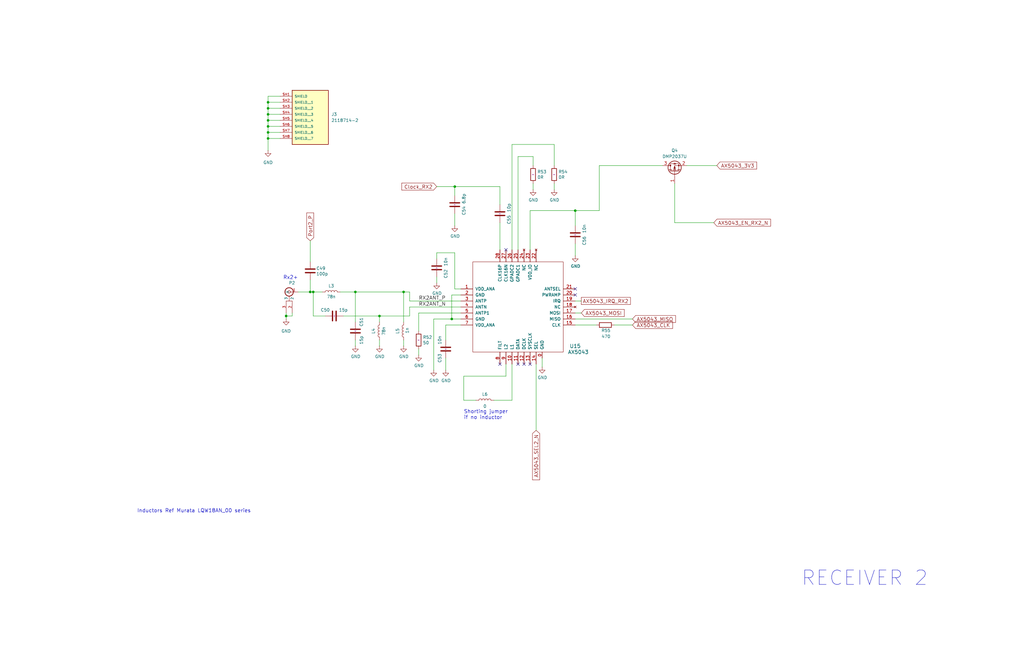
<source format=kicad_sch>
(kicad_sch (version 20250114) (generator "eeschema") (generator_version "9.0")
  (paper "USLedger")
  (title_block (title "Radiation Tolerant PacSat Communication") (date "2023-06-17") (rev "A") (company "AMSAT-NA") (comment 1 "N5BRG"))
  (lib_symbols
    (symbol "Device:C" (pin_numbers (hide yes)) (pin_names (offset 0.254))
      (property "Reference" "C" (at 0.635 2.54 0))
      (property "Value" "C" (at 0.635 -2.54 0))
      (symbol "C_0_1"
        (polyline (pts (xy -2.032 0.762) (xy 2.032 0.762)) (stroke (width 0.508)))
        (polyline (pts (xy -2.032 -0.762) (xy 2.032 -0.762)) (stroke (width 0.508)))
      )
      (symbol "C_1_1"
        (pin passive line (at 0 3.81 270) (length 2.794) (name "~") (number "1"))
        (pin passive line (at 0 -3.81 90) (length 2.794) (name "~") (number "2"))
      )
    )
    (symbol "Device:L" (pin_numbers (hide yes)) (pin_names (offset 1.016) (hide yes))
      (property "Reference" "L" (at -1.27 0 90))
      (property "Value" "L" (at 1.905 0 90))
      (symbol "L_0_1"
        (arc (start 0 2.54) (mid 0.6323 1.905) (end 0 1.27))
        (arc (start 0 1.27) (mid 0.6323 0.635) (end 0 0))
        (arc (start 0 0) (mid 0.6323 -0.635) (end 0 -1.27))
        (arc (start 0 -1.27) (mid 0.6323 -1.905) (end 0 -2.54))
      )
      (symbol "L_1_1"
        (pin passive line (at 0 3.81 270) (length 1.27) (name "1") (number "1"))
        (pin passive line (at 0 -3.81 90) (length 1.27) (name "2") (number "2"))
      )
    )
    (symbol "Device:R" (pin_numbers (hide yes)) (pin_names (offset 0))
      (property "Reference" "R" (at 2.032 0 90))
      (property "Value" "R" (at 0 0 90))
      (symbol "R_0_1"
        (rectangle (start -1.016 -2.54) (end 1.016 2.54) (stroke (width 0.254)))
      )
      (symbol "R_1_1"
        (pin passive line (at 0 3.81 270) (length 1.27) (name "~") (number "1"))
        (pin passive line (at 0 -3.81 90) (length 1.27) (name "~") (number "2"))
      )
    )
    (symbol "PACSAT_DEV_misc:2118714-2" (pin_names (offset 1.016))
      (property "Reference" "J" (at -7.62 3.302 0))
      (property "Value" "2118714-2" (at -7.62 -22.86 0))
      (symbol "2118714-2_0_0"
        (rectangle (start -7.62 -20.32) (end 7.62 2.54) (stroke (width 0.254)) (fill (type background)))
        (pin passive line (at -12.7 0 0) (length 5.08) (name "SHIELD") (number "SH1"))
        (pin passive line (at -12.7 -2.54 0) (length 5.08) (name "SHIELD__1") (number "SH2"))
        (pin passive line (at -12.7 -5.08 0) (length 5.08) (name "SHIELD__2") (number "SH3"))
        (pin passive line (at -12.7 -7.62 0) (length 5.08) (name "SHIELD__3") (number "SH4"))
        (pin passive line (at -12.7 -10.16 0) (length 5.08) (name "SHIELD__4") (number "SH5"))
        (pin passive line (at -12.7 -12.7 0) (length 5.08) (name "SHIELD__5") (number "SH6"))
        (pin passive line (at -12.7 -15.24 0) (length 5.08) (name "SHIELD__6") (number "SH7"))
        (pin passive line (at -12.7 -17.78 0) (length 5.08) (name "SHIELD__7") (number "SH8"))
      )
    )
    (symbol "PACSAT_DEV_misc:AX5043" (pin_names (offset 1.016))
      (property "Reference" "U156" (at 16.51 -21.59 0))
      (property "Value" "AX5043" (at -5.08 0 0))
      (symbol "AX5043_0_1"
        (rectangle (start -19.05 19.05) (end 19.05 -19.05))
      )
      (symbol "AX5043_1_1"
        (pin passive line (at -24.13 7.62 0) (length 5.08) (name "VDD_ANA") (number "1"))
        (pin input line (at -24.13 5.08 0) (length 5.08) (name "GND") (number "2"))
        (pin bidirectional line (at -24.13 2.54 0) (length 5.08) (name "ANTP") (number "3"))
        (pin bidirectional line (at -24.13 0 0) (length 5.08) (name "ANTN") (number "4"))
        (pin output line (at -24.13 -2.54 0) (length 5.08) (name "ANTP1") (number "5"))
        (pin input line (at -24.13 -5.08 0) (length 5.08) (name "GND") (number "6"))
        (pin passive line (at -24.13 -7.62 0) (length 5.08) (name "VDD_ANA") (number "7"))
        (pin passive line (at -7.62 24.13 270) (length 5.08) (name "CLK16P") (number "28"))
        (pin passive line (at -7.62 -24.13 90) (length 5.08) (name "FILT") (number "8"))
        (pin passive line (at -5.08 24.13 270) (length 5.08) (name "CLK16N") (number "27"))
        (pin passive line (at -5.08 -24.13 90) (length 5.08) (name "L2") (number "9"))
        (pin input line (at -2.54 24.13 270) (length 5.08) (name "GPADC2") (number "26"))
        (pin passive line (at -2.54 -24.13 90) (length 5.08) (name "L1") (number "10"))
        (pin input line (at 0 24.13 270) (length 5.08) (name "GPADC1") (number "25"))
        (pin input line (at 0 -24.13 90) (length 5.08) (name "DATA") (number "11"))
        (pin no_connect line (at 2.54 24.13 270) (length 5.08) (name "NC") (number "24"))
        (pin input line (at 2.54 -24.13 90) (length 5.08) (name "DCLK") (number "12"))
        (pin passive line (at 5.08 24.13 270) (length 5.08) (name "VDD_IO") (number "23"))
        (pin output line (at 5.08 -24.13 90) (length 5.08) (name "SYSCLK") (number "13"))
        (pin no_connect line (at 7.62 24.13 270) (length 5.08) (name "NC") (number "22"))
        (pin input line (at 7.62 -24.13 90) (length 5.08) (name "SEL") (number "14"))
        (pin power_in line (at 10.16 -21.59 90) (length 2.54) (name "GND") (number "0"))
        (pin output line (at 24.13 7.62 180) (length 5.08) (name "ANTSEL") (number "21"))
        (pin output line (at 24.13 5.08 180) (length 5.08) (name "PWRAMP") (number "20"))
        (pin output line (at 24.13 2.54 180) (length 5.08) (name "IRQ") (number "19"))
        (pin no_connect line (at 24.13 0 180) (length 5.08) (name "NC") (number "18"))
        (pin input line (at 24.13 -2.54 180) (length 5.08) (name "MOSI") (number "17"))
        (pin tri_state line (at 24.13 -5.08 180) (length 5.08) (name "MISO") (number "16"))
        (pin input line (at 24.13 -7.62 180) (length 5.08) (name "CLK") (number "15"))
      )
    )
    (symbol "PACSAT_DEV_misc:U_FL"
      (property "Reference" "U" (at -3.81 2.54 0))
      (symbol "U_FL_0_1"
        (polyline (pts (xy -1.27 -3.81) (xy 1.27 -3.81)))
        (circle (center 0 0) (radius 0.508) (stroke (width 0.2032)))
        (circle (center 0 0) (radius 1.778) (stroke (width 0.3048)))
        (polyline (pts (xy 0 -3.81) (xy 0 -1.778)))
      )
      (symbol "U_FL_1_1"
        (pin bidirectional line (at -3.81 0 0) (length 3.302) (name "In") (number "1"))
        (pin power_in line (at -1.27 -8.89 90) (length 5.08) (name "2") (number "2"))
        (pin power_in line (at 1.27 -8.89 90) (length 5.08) (name "3") (number "3"))
      )
    )
    (symbol "Transistor_FET:Q_PMOS_GSD" (pin_names (offset 0) (hide yes))
      (property "Reference" "Q" (at 5.08 1.905 0))
      (property "Value" "Q_PMOS_GSD" (at 5.08 0 0))
      (symbol "Q_PMOS_GSD_0_1"
        (polyline (pts (xy 0.254 1.905) (xy 0.254 -1.905)) (stroke (width 0.254)))
        (polyline (pts (xy 0.254 0) (xy -2.54 0)))
        (polyline (pts (xy 0.762 2.286) (xy 0.762 1.27)) (stroke (width 0.254)))
        (polyline (pts (xy 0.762 1.778) (xy 3.302 1.778) (xy 3.302 -1.778) (xy 0.762 -1.778)))
        (polyline (pts (xy 0.762 0.508) (xy 0.762 -0.508)) (stroke (width 0.254)))
        (polyline (pts (xy 0.762 -1.27) (xy 0.762 -2.286)) (stroke (width 0.254)))
        (circle (center 1.651 0) (radius 2.794) (stroke (width 0.254)))
        (polyline (pts (xy 2.286 0) (xy 1.27 0.381) (xy 1.27 -0.381) (xy 2.286 0)) (fill (type outline)))
        (polyline (pts (xy 2.54 2.54) (xy 2.54 1.778)))
        (circle (center 2.54 1.778) (radius 0.254) (fill (type outline)))
        (circle (center 2.54 -1.778) (radius 0.254) (fill (type outline)))
        (polyline (pts (xy 2.54 -2.54) (xy 2.54 0) (xy 0.762 0)))
        (polyline (pts (xy 2.921 -0.381) (xy 3.683 -0.381)))
        (polyline (pts (xy 3.302 -0.381) (xy 2.921 0.254) (xy 3.683 0.254) (xy 3.302 -0.381)))
      )
      (symbol "Q_PMOS_GSD_1_1"
        (pin input line (at -5.08 0 0) (length 2.54) (name "G") (number "1"))
        (pin passive line (at 2.54 5.08 270) (length 2.54) (name "D") (number "3"))
        (pin passive line (at 2.54 -5.08 90) (length 2.54) (name "S") (number "2"))
      )
    )
    (symbol "power:GND" (power) (pin_numbers (hide yes)) (pin_names (offset 0) (hide yes))
      (property "Value" "GND" (at 0 -3.81 0))
      (symbol "GND_0_1"
        (polyline (pts (xy 0 0) (xy 0 -1.27) (xy 1.27 -1.27) (xy 0 -2.54) (xy -1.27 -1.27) (xy 0 -1.27)))
      )
      (symbol "GND_1_1"
        (pin power_in line (at 0 0 270) (length 0) (name "~") (number "1"))
      )
    )
  )
  (text "Inductors Ref Murata LQW18AN_00 series" (at 57.785 216.535 0) (effects (font (size 1.524 1.524)) (justify left bottom)))
  (text "Rx2+" (at 119.38 118.11 0) (effects (font (size 1.524 1.524)) (justify left bottom)))
  (text "Shorting jumper\nif no inductor" (at 195.58 177.165 0) (effects (font (size 1.524 1.524)) (justify left bottom)))
  (text "RECEIVER 2" (at 337.82 247.65 0) (effects (font (size 6.096 6.096)) (justify left bottom)))
  (junction (at 113.03 55.88))
  (junction (at 130.81 123.19))
  (junction (at 113.03 48.26))
  (junction (at 190.5 134.62))
  (junction (at 170.18 123.19))
  (junction (at 113.03 50.8))
  (junction (at 113.03 45.72))
  (junction (at 160.02 133.35))
  (junction (at 113.03 58.42))
  (junction (at 120.65 133.35))
  (junction (at 149.86 123.19))
  (junction (at 132.08 123.19))
  (junction (at 191.77 78.74))
  (junction (at 113.03 43.18))
  (junction (at 113.03 53.34))
  (junction (at 242.57 88.9))
  (no_connect (at 220.98 153.67))
  (no_connect (at 210.82 153.67))
  (no_connect (at 213.36 105.41))
  (no_connect (at 242.57 121.92))
  (no_connect (at 223.52 153.67))
  (no_connect (at 218.44 153.67))
  (no_connect (at 242.57 124.46))
  (wire (pts (xy 218.44 66.04) (xy 224.79 66.04)))
  (wire (pts (xy 191.77 106.68) (xy 184.15 106.68)))
  (wire (pts (xy 190.5 134.62) (xy 194.31 134.62)))
  (wire (pts (xy 242.57 88.9) (xy 252.73 88.9)))
  (wire (pts (xy 176.53 132.08) (xy 194.31 132.08)))
  (wire (pts (xy 172.72 127) (xy 194.31 127)))
  (wire (pts (xy 233.68 60.96) (xy 233.68 69.85)))
  (wire (pts (xy 113.03 40.64) (xy 118.11 40.64)))
  (wire (pts (xy 191.77 78.74) (xy 191.77 82.55)))
  (wire (pts (xy 113.03 48.26) (xy 118.11 48.26)))
  (wire (pts (xy 208.28 168.91) (xy 215.9 168.91)))
  (wire (pts (xy 144.78 133.35) (xy 160.02 133.35)))
  (wire (pts (xy 120.65 133.35) (xy 123.19 133.35)))
  (wire (pts (xy 113.03 45.72) (xy 118.11 45.72)))
  (wire (pts (xy 130.81 118.11) (xy 130.81 123.19)))
  (wire (pts (xy 191.77 121.92) (xy 191.77 106.68)))
  (wire (pts (xy 113.03 45.72) (xy 113.03 48.26)))
  (wire (pts (xy 160.02 143.51) (xy 160.02 146.05)))
  (wire (pts (xy 210.82 78.74) (xy 191.77 78.74)))
  (wire (pts (xy 130.81 101.6) (xy 130.81 110.49)))
  (wire (pts (xy 130.81 123.19) (xy 132.08 123.19)))
  (wire (pts (xy 123.19 132.08) (xy 123.19 133.35)))
  (wire (pts (xy 113.03 53.34) (xy 118.11 53.34)))
  (wire (pts (xy 132.08 123.19) (xy 135.89 123.19)))
  (wire (pts (xy 125.73 123.19) (xy 130.81 123.19)))
  (wire (pts (xy 213.36 158.75) (xy 195.58 158.75)))
  (wire (pts (xy 184.15 106.68) (xy 184.15 109.22)))
  (wire (pts (xy 242.57 95.25) (xy 242.57 88.9)))
  (wire (pts (xy 184.15 116.84) (xy 184.15 119.38)))
  (wire (pts (xy 259.08 137.16) (xy 266.7 137.16)))
  (wire (pts (xy 218.44 66.04) (xy 218.44 105.41)))
  (wire (pts (xy 120.65 133.35) (xy 120.65 134.62)))
  (wire (pts (xy 172.72 133.35) (xy 172.72 129.54)))
  (wire (pts (xy 182.88 134.62) (xy 190.5 134.62)))
  (wire (pts (xy 215.9 153.67) (xy 215.9 168.91)))
  (wire (pts (xy 113.03 58.42) (xy 113.03 63.5)))
  (wire (pts (xy 143.51 123.19) (xy 149.86 123.19)))
  (wire (pts (xy 113.03 55.88) (xy 113.03 58.42)))
  (wire (pts (xy 195.58 158.75) (xy 195.58 168.91)))
  (wire (pts (xy 194.31 124.46) (xy 190.5 124.46)))
  (wire (pts (xy 252.73 69.85) (xy 279.4 69.85)))
  (wire (pts (xy 149.86 123.19) (xy 149.86 135.89)))
  (wire (pts (xy 223.52 88.9) (xy 242.57 88.9)))
  (wire (pts (xy 113.03 53.34) (xy 113.03 55.88)))
  (wire (pts (xy 113.03 43.18) (xy 118.11 43.18)))
  (wire (pts (xy 233.68 77.47) (xy 233.68 80.01)))
  (wire (pts (xy 170.18 123.19) (xy 170.18 135.89)))
  (wire (pts (xy 242.57 127) (xy 245.11 127)))
  (wire (pts (xy 160.02 133.35) (xy 160.02 135.89)))
  (wire (pts (xy 242.57 132.08) (xy 245.11 132.08)))
  (wire (pts (xy 252.73 69.85) (xy 252.73 88.9)))
  (wire (pts (xy 226.06 153.67) (xy 226.06 181.61)))
  (wire (pts (xy 224.79 77.47) (xy 224.79 80.01)))
  (wire (pts (xy 210.82 78.74) (xy 210.82 86.36)))
  (wire (pts (xy 149.86 123.19) (xy 170.18 123.19)))
  (wire (pts (xy 242.57 102.87) (xy 242.57 107.95)))
  (wire (pts (xy 187.96 137.16) (xy 187.96 143.51)))
  (wire (pts (xy 172.72 123.19) (xy 172.72 127)))
  (wire (pts (xy 149.86 143.51) (xy 149.86 146.05)))
  (wire (pts (xy 215.9 60.96) (xy 233.68 60.96)))
  (wire (pts (xy 223.52 105.41) (xy 223.52 88.9)))
  (wire (pts (xy 194.31 121.92) (xy 191.77 121.92)))
  (wire (pts (xy 170.18 123.19) (xy 172.72 123.19)))
  (wire (pts (xy 120.65 132.08) (xy 120.65 133.35)))
  (wire (pts (xy 137.16 133.35) (xy 132.08 133.35)))
  (wire (pts (xy 113.03 58.42) (xy 118.11 58.42)))
  (wire (pts (xy 182.88 156.21) (xy 182.88 134.62)))
  (wire (pts (xy 113.03 43.18) (xy 113.03 45.72)))
  (wire (pts (xy 195.58 168.91) (xy 200.66 168.91)))
  (wire (pts (xy 172.72 129.54) (xy 194.31 129.54)))
  (wire (pts (xy 113.03 48.26) (xy 113.03 50.8)))
  (wire (pts (xy 242.57 137.16) (xy 251.46 137.16)))
  (wire (pts (xy 242.57 134.62) (xy 266.7 134.62)))
  (wire (pts (xy 113.03 50.8) (xy 113.03 53.34)))
  (wire (pts (xy 228.6 151.13) (xy 228.6 154.94)))
  (wire (pts (xy 215.9 60.96) (xy 215.9 105.41)))
  (wire (pts (xy 113.03 40.64) (xy 113.03 43.18)))
  (wire (pts (xy 210.82 93.98) (xy 210.82 105.41)))
  (wire (pts (xy 176.53 132.08) (xy 176.53 139.7)))
  (wire (pts (xy 132.08 133.35) (xy 132.08 123.19)))
  (wire (pts (xy 194.31 137.16) (xy 187.96 137.16)))
  (wire (pts (xy 284.48 93.98) (xy 300.99 93.98)))
  (wire (pts (xy 160.02 133.35) (xy 172.72 133.35)))
  (wire (pts (xy 170.18 143.51) (xy 170.18 146.05)))
  (wire (pts (xy 187.96 151.13) (xy 187.96 156.21)))
  (wire (pts (xy 190.5 124.46) (xy 190.5 134.62)))
  (wire (pts (xy 191.77 90.17) (xy 191.77 95.25)))
  (wire (pts (xy 184.15 78.74) (xy 191.77 78.74)))
  (wire (pts (xy 213.36 153.67) (xy 213.36 158.75)))
  (wire (pts (xy 224.79 66.04) (xy 224.79 69.85)))
  (wire (pts (xy 176.53 147.32) (xy 176.53 149.86)))
  (wire (pts (xy 289.56 69.85) (xy 302.26 69.85)))
  (wire (pts (xy 113.03 50.8) (xy 118.11 50.8)))
  (wire (pts (xy 113.03 55.88) (xy 118.11 55.88)))
  (wire (pts (xy 284.48 77.47) (xy 284.48 93.98)))
  (label "RX2ANT_P" (at 176.53 127 0) (effects (font (size 1.524 1.524))))
  (label "RX2ANT_N" (at 176.53 129.54 0) (effects (font (size 1.524 1.524))))
  (global_label "AX5043_MISO" (shape input) (at 266.7 134.62 0) (effects (font (size 1.524 1.524))) (property "Intersheetrefs" "${INTERSHEET_REFS}" (effects (hide yes))))
  (global_label "Clock_RX2" (shape input) (at 184.15 78.74 180) (effects (font (size 1.524 1.524))) (property "Intersheetrefs" "${INTERSHEET_REFS}" (effects (hide yes))))
  (global_label "AX5043_SEL2_N" (shape input) (at 226.06 181.61 270) (effects (font (size 1.524 1.524))) (property "Intersheetrefs" "${INTERSHEET_REFS}" (effects (hide yes))))
  (global_label "Port2_P" (shape input) (at 130.81 101.6 90) (effects (font (size 1.524 1.524))) (property "Intersheetrefs" "${INTERSHEET_REFS}" (effects (hide yes))))
  (global_label "AX5043_IRQ_RX2" (shape passive) (at 245.11 127 0) (effects (font (size 1.524 1.524))) (property "Intersheetrefs" "${INTERSHEET_REFS}" (effects (hide yes))))
  (global_label "AX5043_CLK" (shape input) (at 266.7 137.16 0) (effects (font (size 1.524 1.524))) (property "Intersheetrefs" "${INTERSHEET_REFS}" (effects (hide yes))))
  (global_label "AX5043_EN_RX2_N" (shape input) (at 300.99 93.98 0) (effects (font (size 1.524 1.524))) (property "Intersheetrefs" "${INTERSHEET_REFS}" (effects (hide yes))))
  (global_label "AX5043_MOSI" (shape input) (at 245.11 132.08 0) (effects (font (size 1.524 1.524))) (property "Intersheetrefs" "${INTERSHEET_REFS}" (effects (hide yes))))
  (global_label "AX5043_3V3" (shape input) (at 302.26 69.85 0) (effects (font (size 1.524 1.524))) (property "Intersheetrefs" "${INTERSHEET_REFS}" (effects (hide yes))))
  (symbol (lib_id "Device:C") (at 210.82 90.17 0) (unit 1)
    (property "Reference" "C55" (at 214.63 92.71 90))
    (property "Value" "10p" (at 214.63 87.63 90))
    (property "Footprint" "Capacitor_SMD:C_0603_1608Metric_Pad1.08x0.95mm_HandSolder" (effects (hide yes)))
    (property "Datasheet" "~" (at 210.82 90.17 0))
  )
  (symbol (lib_id "Device:L") (at 170.18 139.7 180) (unit 1)
    (property "Reference" "L5" (at 167.64 139.7 90))
    (property "Value" "1n" (at 171.704 139.446 90))
    (property "Footprint" "Inductor_SMD:L_0603_1608Metric_Pad1.05x0.95mm_HandSolder" (effects (hide yes)))
  )
  (symbol (lib_id "power:GND") (at 228.6 154.94 0) (unit 1)
    (property "Reference" "#PWR0131" (effects (hide yes)))
    (property "Value" "GND" (at 228.727 159.3342 0))
  )
  (symbol (lib_id "Device:R") (at 233.68 73.66 0) (unit 1)
    (property "Reference" "R54" (at 235.458 72.4916 0) (effects (justify left)))
    (property "Value" "0R" (at 235.458 74.803 0) (effects (justify left)))
    (property "Footprint" "Resistor_SMD:R_0603_1608Metric_Pad0.98x0.95mm_HandSolder" (effects (hide yes)))
    (property "Datasheet" "~" (at 233.68 73.66 0))
  )
  (symbol (lib_id "power:GND") (at 182.88 156.21 0) (unit 1)
    (property "Reference" "#PWR0126" (effects (hide yes)))
    (property "Value" "GND" (at 183.007 160.6042 0))
  )
  (symbol (lib_id "Device:C") (at 149.86 139.7 180) (unit 1)
    (property "Reference" "C51" (at 152.4 135.89 90))
    (property "Value" "15p" (at 152.4 143.51 90))
    (property "Footprint" "Capacitor_SMD:C_0603_1608Metric_Pad1.08x0.95mm_HandSolder" (effects (hide yes)))
    (property "Datasheet" "~" (at 149.86 139.7 0))
  )
  (symbol (lib_id "power:GND") (at 113.03 63.5 0) (unit 1)
    (property "Reference" "#PWR0120" (effects (hide yes)))
    (property "Value" "GND" (at 113.03 68.58 0))
  )
  (symbol (lib_id "Device:L") (at 160.02 139.7 180) (unit 1)
    (property "Reference" "L4" (at 157.48 139.7 90))
    (property "Value" "78n" (at 161.798 139.7 90))
    (property "Footprint" "Inductor_SMD:L_0603_1608Metric_Pad1.05x0.95mm_HandSolder" (effects (hide yes)))
  )
  (symbol (lib_id "Device:C") (at 191.77 86.36 0) (unit 1)
    (property "Reference" "C54" (at 195.58 88.9 90))
    (property "Value" "6.8p" (at 195.58 83.82 90))
    (property "Footprint" "Capacitor_SMD:C_0603_1608Metric_Pad1.08x0.95mm_HandSolder" (effects (hide yes)))
    (property "Datasheet" "~" (at 191.77 86.36 0))
  )
  (symbol (lib_id "Device:C") (at 184.15 113.03 0) (unit 1)
    (property "Reference" "C52" (at 187.96 115.57 90))
    (property "Value" "10n" (at 187.96 110.49 90))
    (property "Footprint" "Capacitor_SMD:C_0603_1608Metric_Pad1.08x0.95mm_HandSolder" (effects (hide yes)))
    (property "Datasheet" "~" (at 184.15 113.03 0))
  )
  (symbol (lib_id "Device:C") (at 187.96 147.32 0) (unit 1)
    (property "Reference" "C53" (at 185.42 151.13 90))
    (property "Value" "10n" (at 185.42 143.51 90))
    (property "Footprint" "Capacitor_SMD:C_0603_1608Metric_Pad1.08x0.95mm_HandSolder" (effects (hide yes)))
    (property "Datasheet" "~" (at 187.96 147.32 0))
  )
  (symbol (lib_id "Device:C") (at 242.57 99.06 0) (unit 1)
    (property "Reference" "C56" (at 246.38 101.6 90))
    (property "Value" "10n" (at 246.38 96.52 90))
    (property "Footprint" "Capacitor_SMD:C_0603_1608Metric_Pad1.08x0.95mm_HandSolder" (effects (hide yes)))
    (property "Datasheet" "~" (at 242.57 99.06 0))
  )
  (symbol (lib_id "Device:R") (at 255.27 137.16 90) (unit 1)
    (property "Reference" "R55" (at 255.524 139.446 90))
    (property "Value" "470" (at 255.524 141.986 90))
    (property "Footprint" "Resistor_SMD:R_0603_1608Metric_Pad0.98x0.95mm_HandSolder" (effects (hide yes)))
    (property "Description" "Resistor" (effects (hide yes)))
  )
  (symbol (lib_id "PACSAT_DEV_misc:2118714-2") (at 130.81 40.64 0) (unit 1)
    (property "Reference" "J3" (at 139.7 48.2599 0) (effects (justify left)))
    (property "Value" "2118714-2" (at 139.7 50.7999 0) (effects (justify left)))
    (property "Footprint" "PacSatDev_misc:TE_2118714-2" (effects (hide yes)))
    (property "PARTREV" "A2" (effects (hide yes)))
    (property "MANUFACTURER" "TE Connectivity" (effects (hide yes)))
    (property "MAXIMUM_PACKAGE_HEIGHT" "2.54mm" (effects (hide yes)))
    (property "STANDARD" "Manufacturer Recommendations" (effects (hide yes)))
  )
  (symbol (lib_id "power:GND") (at 224.79 80.01 0) (unit 1)
    (property "Reference" "#PWR0130" (effects (hide yes)))
    (property "Value" "GND" (at 224.917 84.4042 0))
  )
  (symbol (lib_id "Device:C") (at 140.97 133.35 270) (unit 1)
    (property "Reference" "C50" (at 137.16 130.81 90))
    (property "Value" "15p" (at 144.78 130.81 90))
    (property "Footprint" "Capacitor_SMD:C_0603_1608Metric_Pad1.08x0.95mm_HandSolder" (effects (hide yes)))
    (property "Datasheet" "~" (at 140.97 133.35 0))
  )
  (symbol (lib_id "power:GND") (at 191.77 95.25 0) (unit 1)
    (property "Reference" "#PWR0129" (effects (hide yes)))
    (property "Value" "GND" (at 191.897 99.6442 0))
  )
  (symbol (lib_id "power:GND") (at 242.57 107.95 0) (unit 1)
    (property "Reference" "#PWR0133" (effects (hide yes)))
    (property "Value" "GND" (at 242.697 112.3442 0))
  )
  (symbol (lib_id "Transistor_FET:Q_PMOS_GSD") (at 284.48 72.39 90) (unit 1)
    (property "Reference" "Q4" (at 284.48 63.5 90))
    (property "Value" "DMP2037U" (at 284.48 66.04 90))
    (property "Footprint" "Package_TO_SOT_SMD:SOT-23" (effects (hide yes)))
    (property "Description" "P-MOSFET transistor, gate/source/drain" (effects (hide yes)))
  )
  (symbol (lib_id "Device:C") (at 130.81 114.3 0) (unit 1)
    (property "Reference" "C49" (at 133.35 113.2586 0) (effects (justify left)))
    (property "Value" "100p" (at 133.35 115.57 0) (effects (justify left)))
    (property "Footprint" "Resistor_SMD:R_0603_1608Metric_Pad0.98x0.95mm_HandSolder" (effects (hide yes)))
    (property "Description" "Unpolarized capacitor" (effects (hide yes)))
  )
  (symbol (lib_id "PACSAT_DEV_misc:AX5043") (at 218.44 129.54 0) (unit 1)
    (property "Reference" "U15" (at 242.57 146.05 0) (effects (font (size 1.524 1.524))))
    (property "Value" "AX5043" (at 243.84 148.59 0) (effects (font (size 1.524 1.524))))
    (property "Footprint" "PacSatDev_onsemi:QFN28" (effects (hide yes)))
  )
  (symbol (lib_id "power:GND") (at 233.68 80.01 0) (unit 1)
    (property "Reference" "#PWR0132" (effects (hide yes)))
    (property "Value" "GND" (at 233.807 84.4042 0))
  )
  (symbol (lib_id "power:GND") (at 149.86 146.05 0) (unit 1)
    (property "Reference" "#PWR0122" (effects (hide yes)))
    (property "Value" "GND" (at 149.987 150.4442 0))
  )
  (symbol (lib_id "PACSAT_DEV_misc:U_FL") (at 121.92 123.19 0) (mirror y) (unit 1)
    (property "Reference" "P2" (at 124.46 119.38 0) (effects (justify left)))
    (property "Value" "CONUFL001-SMD-T" (effects (hide yes)))
    (property "Footprint" "PacSatDev_misc:CONN1_CONUFL_TEC" (effects (hide yes)))
  )
  (symbol (lib_id "Device:L") (at 139.7 123.19 90) (unit 1)
    (property "Reference" "L3" (at 139.7 120.65 90))
    (property "Value" "78n" (at 139.7 125.222 90))
    (property "Footprint" "Inductor_SMD:L_0603_1608Metric_Pad1.05x0.95mm_HandSolder" (effects (hide yes)))
  )
  (symbol (lib_id "power:GND") (at 176.53 149.86 0) (unit 1)
    (property "Reference" "#PWR0125" (effects (hide yes)))
    (property "Value" "GND" (at 176.657 154.2542 0))
  )
  (symbol (lib_id "power:GND") (at 184.15 119.38 0) (unit 1)
    (property "Reference" "#PWR0127" (effects (hide yes)))
    (property "Value" "GND" (at 184.277 123.7742 0))
  )
  (symbol (lib_id "power:GND") (at 160.02 146.05 0) (unit 1)
    (property "Reference" "#PWR0123" (effects (hide yes)))
    (property "Value" "GND" (at 160.147 150.4442 0))
  )
  (symbol (lib_id "power:GND") (at 120.65 134.62 0) (unit 1)
    (property "Reference" "#PWR0121" (effects (hide yes)))
    (property "Value" "GND" (at 120.65 139.7 0))
  )
  (symbol (lib_id "Device:R") (at 176.53 143.51 0) (unit 1)
    (property "Reference" "R52" (at 178.308 142.3416 0) (effects (justify left)))
    (property "Value" "50" (at 178.308 144.653 0) (effects (justify left)))
    (property "Footprint" "Resistor_SMD:R_0603_1608Metric_Pad0.98x0.95mm_HandSolder" (effects (hide yes)))
    (property "Datasheet" "~" (at 176.53 143.51 0))
  )
  (symbol (lib_id "Device:R") (at 224.79 73.66 0) (unit 1)
    (property "Reference" "R53" (at 226.568 72.4916 0) (effects (justify left)))
    (property "Value" "0R" (at 226.568 74.803 0) (effects (justify left)))
    (property "Footprint" "Resistor_SMD:R_0603_1608Metric_Pad0.98x0.95mm_HandSolder" (effects (hide yes)))
    (property "Datasheet" "~" (at 224.79 73.66 0))
  )
  (symbol (lib_id "power:GND") (at 187.96 156.21 0) (unit 1)
    (property "Reference" "#PWR0128" (effects (hide yes)))
    (property "Value" "GND" (at 188.087 160.6042 0))
  )
  (symbol (lib_id "power:GND") (at 170.18 146.05 0) (unit 1)
    (property "Reference" "#PWR0124" (effects (hide yes)))
    (property "Value" "GND" (at 170.307 150.4442 0))
  )
  (symbol (lib_id "Device:L") (at 204.47 168.91 90) (unit 1)
    (property "Reference" "L6" (at 204.47 166.37 90))
    (property "Value" "0" (at 204.47 171.45 90))
    (property "Footprint" "Inductor_SMD:L_0603_1608Metric_Pad1.05x0.95mm_HandSolder" (effects (hide yes)))
  )
)
</source>
